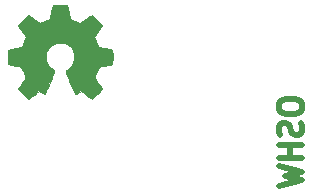
<source format=gbr>
G04 #@! TF.GenerationSoftware,KiCad,Pcbnew,(5.1.4)-1*
G04 #@! TF.CreationDate,2019-10-26T17:50:02-04:00*
G04 #@! TF.ProjectId,usb-vertical-splitter,7573622d-7665-4727-9469-63616c2d7370,0*
G04 #@! TF.SameCoordinates,Original*
G04 #@! TF.FileFunction,Legend,Bot*
G04 #@! TF.FilePolarity,Positive*
%FSLAX46Y46*%
G04 Gerber Fmt 4.6, Leading zero omitted, Abs format (unit mm)*
G04 Created by KiCad (PCBNEW (5.1.4)-1) date 2019-10-26 17:50:02*
%MOMM*%
%LPD*%
G04 APERTURE LIST*
%ADD10C,0.475000*%
%ADD11C,0.010000*%
G04 APERTURE END LIST*
D10*
X147404761Y-106133333D02*
X147404761Y-106495238D01*
X147500000Y-106676190D01*
X147690476Y-106857142D01*
X148071428Y-106947619D01*
X148738095Y-106947619D01*
X149119047Y-106857142D01*
X149309523Y-106676190D01*
X149404761Y-106495238D01*
X149404761Y-106133333D01*
X149309523Y-105952380D01*
X149119047Y-105771428D01*
X148738095Y-105680952D01*
X148071428Y-105680952D01*
X147690476Y-105771428D01*
X147500000Y-105952380D01*
X147404761Y-106133333D01*
X149309523Y-107671428D02*
X149404761Y-107942857D01*
X149404761Y-108395238D01*
X149309523Y-108576190D01*
X149214285Y-108666666D01*
X149023809Y-108757142D01*
X148833333Y-108757142D01*
X148642857Y-108666666D01*
X148547619Y-108576190D01*
X148452380Y-108395238D01*
X148357142Y-108033333D01*
X148261904Y-107852380D01*
X148166666Y-107761904D01*
X147976190Y-107671428D01*
X147785714Y-107671428D01*
X147595238Y-107761904D01*
X147500000Y-107852380D01*
X147404761Y-108033333D01*
X147404761Y-108485714D01*
X147500000Y-108757142D01*
X149404761Y-109571428D02*
X147404761Y-109571428D01*
X148357142Y-109571428D02*
X148357142Y-110657142D01*
X149404761Y-110657142D02*
X147404761Y-110657142D01*
X147404761Y-111380952D02*
X149404761Y-111833333D01*
X147976190Y-112195238D01*
X149404761Y-112557142D01*
X147404761Y-113009523D01*
D11*
G36*
X128153464Y-98300427D02*
G01*
X128040882Y-98897618D01*
X127625469Y-99068865D01*
X127210055Y-99240112D01*
X126711698Y-98901233D01*
X126572131Y-98806877D01*
X126445971Y-98722630D01*
X126339104Y-98652338D01*
X126257417Y-98599847D01*
X126206798Y-98569004D01*
X126193013Y-98562353D01*
X126168179Y-98579458D01*
X126115111Y-98626744D01*
X126039759Y-98698172D01*
X125948070Y-98787700D01*
X125845992Y-98889289D01*
X125739473Y-98996898D01*
X125634463Y-99104487D01*
X125536908Y-99206015D01*
X125452757Y-99295441D01*
X125387959Y-99366726D01*
X125348462Y-99413828D01*
X125339019Y-99429592D01*
X125352608Y-99458653D01*
X125390706Y-99522321D01*
X125449306Y-99614367D01*
X125524402Y-99728564D01*
X125611991Y-99858684D01*
X125662745Y-99932901D01*
X125755254Y-100068422D01*
X125837459Y-100190716D01*
X125905369Y-100293695D01*
X125954999Y-100371273D01*
X125982359Y-100417361D01*
X125986470Y-100427047D01*
X125977150Y-100454574D01*
X125951745Y-100518728D01*
X125914088Y-100610490D01*
X125868013Y-100720839D01*
X125817353Y-100840755D01*
X125765940Y-100961219D01*
X125717610Y-101073209D01*
X125676193Y-101167707D01*
X125645525Y-101235692D01*
X125629438Y-101268143D01*
X125628488Y-101269420D01*
X125603227Y-101275617D01*
X125535954Y-101289440D01*
X125433639Y-101309532D01*
X125303258Y-101334534D01*
X125151783Y-101363086D01*
X125063406Y-101379551D01*
X124901547Y-101410369D01*
X124755350Y-101439694D01*
X124632212Y-101465921D01*
X124539530Y-101487446D01*
X124484698Y-101502665D01*
X124473676Y-101507493D01*
X124462881Y-101540174D01*
X124454170Y-101613985D01*
X124447539Y-101720292D01*
X124442981Y-101850467D01*
X124440490Y-101995876D01*
X124440061Y-102147890D01*
X124441688Y-102297877D01*
X124445364Y-102437206D01*
X124451084Y-102557245D01*
X124458842Y-102649365D01*
X124468631Y-102704932D01*
X124474503Y-102716500D01*
X124509600Y-102730365D01*
X124583971Y-102750188D01*
X124687776Y-102773639D01*
X124811180Y-102798391D01*
X124854258Y-102806398D01*
X125061952Y-102844441D01*
X125226015Y-102875079D01*
X125351869Y-102899529D01*
X125444934Y-102919009D01*
X125510632Y-102934736D01*
X125554382Y-102947928D01*
X125581607Y-102959804D01*
X125597727Y-102971580D01*
X125599982Y-102973908D01*
X125622496Y-103011400D01*
X125656841Y-103084365D01*
X125699588Y-103183867D01*
X125747307Y-103300973D01*
X125796569Y-103426748D01*
X125843944Y-103552257D01*
X125886004Y-103668565D01*
X125919319Y-103766739D01*
X125940458Y-103837843D01*
X125945994Y-103872942D01*
X125945533Y-103874172D01*
X125926776Y-103902861D01*
X125884223Y-103965985D01*
X125822346Y-104056973D01*
X125745617Y-104169255D01*
X125658508Y-104296260D01*
X125633701Y-104332353D01*
X125545247Y-104463203D01*
X125467411Y-104582591D01*
X125404433Y-104683662D01*
X125360554Y-104759559D01*
X125340014Y-104803427D01*
X125339019Y-104808817D01*
X125356277Y-104837144D01*
X125403964Y-104893261D01*
X125475949Y-104971137D01*
X125566102Y-105064740D01*
X125668294Y-105168041D01*
X125776394Y-105275006D01*
X125884271Y-105379606D01*
X125985795Y-105475809D01*
X126074837Y-105557584D01*
X126145266Y-105618900D01*
X126190952Y-105653726D01*
X126203590Y-105659412D01*
X126233008Y-105646020D01*
X126293238Y-105609899D01*
X126374470Y-105557136D01*
X126436969Y-105514667D01*
X126550214Y-105436740D01*
X126684325Y-105344984D01*
X126818844Y-105253375D01*
X126891166Y-105204346D01*
X127135961Y-105038770D01*
X127341449Y-105149875D01*
X127435063Y-105198548D01*
X127514669Y-105236381D01*
X127568532Y-105257958D01*
X127582242Y-105260961D01*
X127598729Y-105238793D01*
X127631254Y-105176149D01*
X127677391Y-105078809D01*
X127734709Y-104952549D01*
X127800783Y-104803150D01*
X127873184Y-104636388D01*
X127949483Y-104458042D01*
X128027253Y-104273891D01*
X128104065Y-104089712D01*
X128177493Y-103911285D01*
X128245107Y-103744387D01*
X128304479Y-103594797D01*
X128353183Y-103468293D01*
X128388789Y-103370654D01*
X128408869Y-103307657D01*
X128412099Y-103286021D01*
X128386503Y-103258424D01*
X128330461Y-103213625D01*
X128255688Y-103160934D01*
X128249412Y-103156765D01*
X128056154Y-103002069D01*
X127900325Y-102821591D01*
X127783275Y-102621102D01*
X127706354Y-102406374D01*
X127670913Y-102183177D01*
X127678302Y-101957281D01*
X127729872Y-101734459D01*
X127826973Y-101520479D01*
X127855541Y-101473664D01*
X128004131Y-101284618D01*
X128179672Y-101132812D01*
X128376089Y-101019034D01*
X128587306Y-100944075D01*
X128807246Y-100908722D01*
X129029836Y-100913767D01*
X129248998Y-100959999D01*
X129458657Y-101048206D01*
X129652738Y-101179179D01*
X129712773Y-101232337D01*
X129865564Y-101398739D01*
X129976902Y-101573912D01*
X130053276Y-101770266D01*
X130095812Y-101964717D01*
X130106313Y-102183342D01*
X130071299Y-102403052D01*
X129994326Y-102616420D01*
X129878952Y-102816022D01*
X129728734Y-102994429D01*
X129547226Y-103144217D01*
X129523372Y-103160006D01*
X129447798Y-103211712D01*
X129390348Y-103256512D01*
X129362882Y-103285117D01*
X129362482Y-103286021D01*
X129368379Y-103316964D01*
X129391754Y-103387191D01*
X129430178Y-103490925D01*
X129481222Y-103622390D01*
X129542457Y-103775807D01*
X129611455Y-103945401D01*
X129685786Y-104125393D01*
X129763021Y-104310008D01*
X129840731Y-104493468D01*
X129916488Y-104669996D01*
X129987862Y-104833814D01*
X130052425Y-104979147D01*
X130107747Y-105100217D01*
X130151399Y-105191247D01*
X130180953Y-105246460D01*
X130192855Y-105260961D01*
X130229222Y-105249669D01*
X130297269Y-105219385D01*
X130385263Y-105175520D01*
X130433649Y-105149875D01*
X130639136Y-105038770D01*
X130883931Y-105204346D01*
X131008893Y-105289170D01*
X131145704Y-105382516D01*
X131273911Y-105470408D01*
X131338128Y-105514667D01*
X131428448Y-105575318D01*
X131504928Y-105623381D01*
X131557592Y-105652770D01*
X131574697Y-105658982D01*
X131599594Y-105642223D01*
X131654694Y-105595436D01*
X131734656Y-105523480D01*
X131834139Y-105431212D01*
X131947799Y-105323490D01*
X132019684Y-105254326D01*
X132145448Y-105130757D01*
X132254136Y-105020234D01*
X132341354Y-104927485D01*
X132402710Y-104857237D01*
X132433808Y-104814220D01*
X132436791Y-104805490D01*
X132422946Y-104772284D01*
X132384687Y-104705142D01*
X132326258Y-104610863D01*
X132251902Y-104496245D01*
X132165864Y-104368083D01*
X132141397Y-104332353D01*
X132052245Y-104202489D01*
X131972261Y-104085569D01*
X131905919Y-103988162D01*
X131857688Y-103916839D01*
X131832042Y-103878170D01*
X131829564Y-103874172D01*
X131833270Y-103843355D01*
X131852938Y-103775599D01*
X131885139Y-103679839D01*
X131926444Y-103565009D01*
X131973424Y-103440044D01*
X132022650Y-103313879D01*
X132070691Y-103195448D01*
X132114118Y-103093685D01*
X132149503Y-103017526D01*
X132173415Y-102975904D01*
X132175115Y-102973908D01*
X132189737Y-102962013D01*
X132214434Y-102950250D01*
X132254627Y-102937401D01*
X132315736Y-102922249D01*
X132403182Y-102903576D01*
X132522387Y-102880165D01*
X132678772Y-102850797D01*
X132877756Y-102814255D01*
X132920839Y-102806398D01*
X133048529Y-102781727D01*
X133159846Y-102757593D01*
X133244954Y-102736324D01*
X133294016Y-102720248D01*
X133300594Y-102716500D01*
X133311435Y-102683273D01*
X133320246Y-102609021D01*
X133327023Y-102502376D01*
X133331759Y-102371967D01*
X133334449Y-102226427D01*
X133335086Y-102074386D01*
X133333665Y-101924476D01*
X133330179Y-101785328D01*
X133324623Y-101665572D01*
X133316991Y-101573841D01*
X133307277Y-101518766D01*
X133301421Y-101507493D01*
X133268819Y-101496123D01*
X133194581Y-101477624D01*
X133086103Y-101453602D01*
X132950782Y-101425662D01*
X132796014Y-101395408D01*
X132711692Y-101379551D01*
X132551703Y-101349644D01*
X132409032Y-101322550D01*
X132290651Y-101299631D01*
X132203534Y-101282243D01*
X132154654Y-101271747D01*
X132146609Y-101269420D01*
X132133012Y-101243186D01*
X132104270Y-101179995D01*
X132064214Y-101088877D01*
X132016675Y-100978857D01*
X131965484Y-100858965D01*
X131914473Y-100738227D01*
X131867473Y-100625671D01*
X131828315Y-100530326D01*
X131800830Y-100461217D01*
X131788850Y-100427374D01*
X131788627Y-100425895D01*
X131802208Y-100399197D01*
X131840284Y-100337760D01*
X131898852Y-100247689D01*
X131973911Y-100135090D01*
X132061459Y-100006070D01*
X132112352Y-99931961D01*
X132205090Y-99796077D01*
X132287458Y-99672709D01*
X132355438Y-99568097D01*
X132405011Y-99488483D01*
X132432157Y-99440107D01*
X132436078Y-99429262D01*
X132419224Y-99404020D01*
X132372631Y-99350124D01*
X132302251Y-99273613D01*
X132214034Y-99180523D01*
X132113934Y-99076895D01*
X132007901Y-98968764D01*
X131901888Y-98862170D01*
X131801847Y-98763150D01*
X131713729Y-98677742D01*
X131643486Y-98611985D01*
X131597071Y-98571916D01*
X131581543Y-98562353D01*
X131556260Y-98575800D01*
X131495788Y-98613575D01*
X131406007Y-98671835D01*
X131292796Y-98746734D01*
X131162036Y-98834425D01*
X131063400Y-98901233D01*
X130565042Y-99240112D01*
X130149629Y-99068865D01*
X129734215Y-98897618D01*
X129621633Y-98300427D01*
X129509050Y-97703235D01*
X128266047Y-97703235D01*
X128153464Y-98300427D01*
X128153464Y-98300427D01*
G37*
X128153464Y-98300427D02*
X128040882Y-98897618D01*
X127625469Y-99068865D01*
X127210055Y-99240112D01*
X126711698Y-98901233D01*
X126572131Y-98806877D01*
X126445971Y-98722630D01*
X126339104Y-98652338D01*
X126257417Y-98599847D01*
X126206798Y-98569004D01*
X126193013Y-98562353D01*
X126168179Y-98579458D01*
X126115111Y-98626744D01*
X126039759Y-98698172D01*
X125948070Y-98787700D01*
X125845992Y-98889289D01*
X125739473Y-98996898D01*
X125634463Y-99104487D01*
X125536908Y-99206015D01*
X125452757Y-99295441D01*
X125387959Y-99366726D01*
X125348462Y-99413828D01*
X125339019Y-99429592D01*
X125352608Y-99458653D01*
X125390706Y-99522321D01*
X125449306Y-99614367D01*
X125524402Y-99728564D01*
X125611991Y-99858684D01*
X125662745Y-99932901D01*
X125755254Y-100068422D01*
X125837459Y-100190716D01*
X125905369Y-100293695D01*
X125954999Y-100371273D01*
X125982359Y-100417361D01*
X125986470Y-100427047D01*
X125977150Y-100454574D01*
X125951745Y-100518728D01*
X125914088Y-100610490D01*
X125868013Y-100720839D01*
X125817353Y-100840755D01*
X125765940Y-100961219D01*
X125717610Y-101073209D01*
X125676193Y-101167707D01*
X125645525Y-101235692D01*
X125629438Y-101268143D01*
X125628488Y-101269420D01*
X125603227Y-101275617D01*
X125535954Y-101289440D01*
X125433639Y-101309532D01*
X125303258Y-101334534D01*
X125151783Y-101363086D01*
X125063406Y-101379551D01*
X124901547Y-101410369D01*
X124755350Y-101439694D01*
X124632212Y-101465921D01*
X124539530Y-101487446D01*
X124484698Y-101502665D01*
X124473676Y-101507493D01*
X124462881Y-101540174D01*
X124454170Y-101613985D01*
X124447539Y-101720292D01*
X124442981Y-101850467D01*
X124440490Y-101995876D01*
X124440061Y-102147890D01*
X124441688Y-102297877D01*
X124445364Y-102437206D01*
X124451084Y-102557245D01*
X124458842Y-102649365D01*
X124468631Y-102704932D01*
X124474503Y-102716500D01*
X124509600Y-102730365D01*
X124583971Y-102750188D01*
X124687776Y-102773639D01*
X124811180Y-102798391D01*
X124854258Y-102806398D01*
X125061952Y-102844441D01*
X125226015Y-102875079D01*
X125351869Y-102899529D01*
X125444934Y-102919009D01*
X125510632Y-102934736D01*
X125554382Y-102947928D01*
X125581607Y-102959804D01*
X125597727Y-102971580D01*
X125599982Y-102973908D01*
X125622496Y-103011400D01*
X125656841Y-103084365D01*
X125699588Y-103183867D01*
X125747307Y-103300973D01*
X125796569Y-103426748D01*
X125843944Y-103552257D01*
X125886004Y-103668565D01*
X125919319Y-103766739D01*
X125940458Y-103837843D01*
X125945994Y-103872942D01*
X125945533Y-103874172D01*
X125926776Y-103902861D01*
X125884223Y-103965985D01*
X125822346Y-104056973D01*
X125745617Y-104169255D01*
X125658508Y-104296260D01*
X125633701Y-104332353D01*
X125545247Y-104463203D01*
X125467411Y-104582591D01*
X125404433Y-104683662D01*
X125360554Y-104759559D01*
X125340014Y-104803427D01*
X125339019Y-104808817D01*
X125356277Y-104837144D01*
X125403964Y-104893261D01*
X125475949Y-104971137D01*
X125566102Y-105064740D01*
X125668294Y-105168041D01*
X125776394Y-105275006D01*
X125884271Y-105379606D01*
X125985795Y-105475809D01*
X126074837Y-105557584D01*
X126145266Y-105618900D01*
X126190952Y-105653726D01*
X126203590Y-105659412D01*
X126233008Y-105646020D01*
X126293238Y-105609899D01*
X126374470Y-105557136D01*
X126436969Y-105514667D01*
X126550214Y-105436740D01*
X126684325Y-105344984D01*
X126818844Y-105253375D01*
X126891166Y-105204346D01*
X127135961Y-105038770D01*
X127341449Y-105149875D01*
X127435063Y-105198548D01*
X127514669Y-105236381D01*
X127568532Y-105257958D01*
X127582242Y-105260961D01*
X127598729Y-105238793D01*
X127631254Y-105176149D01*
X127677391Y-105078809D01*
X127734709Y-104952549D01*
X127800783Y-104803150D01*
X127873184Y-104636388D01*
X127949483Y-104458042D01*
X128027253Y-104273891D01*
X128104065Y-104089712D01*
X128177493Y-103911285D01*
X128245107Y-103744387D01*
X128304479Y-103594797D01*
X128353183Y-103468293D01*
X128388789Y-103370654D01*
X128408869Y-103307657D01*
X128412099Y-103286021D01*
X128386503Y-103258424D01*
X128330461Y-103213625D01*
X128255688Y-103160934D01*
X128249412Y-103156765D01*
X128056154Y-103002069D01*
X127900325Y-102821591D01*
X127783275Y-102621102D01*
X127706354Y-102406374D01*
X127670913Y-102183177D01*
X127678302Y-101957281D01*
X127729872Y-101734459D01*
X127826973Y-101520479D01*
X127855541Y-101473664D01*
X128004131Y-101284618D01*
X128179672Y-101132812D01*
X128376089Y-101019034D01*
X128587306Y-100944075D01*
X128807246Y-100908722D01*
X129029836Y-100913767D01*
X129248998Y-100959999D01*
X129458657Y-101048206D01*
X129652738Y-101179179D01*
X129712773Y-101232337D01*
X129865564Y-101398739D01*
X129976902Y-101573912D01*
X130053276Y-101770266D01*
X130095812Y-101964717D01*
X130106313Y-102183342D01*
X130071299Y-102403052D01*
X129994326Y-102616420D01*
X129878952Y-102816022D01*
X129728734Y-102994429D01*
X129547226Y-103144217D01*
X129523372Y-103160006D01*
X129447798Y-103211712D01*
X129390348Y-103256512D01*
X129362882Y-103285117D01*
X129362482Y-103286021D01*
X129368379Y-103316964D01*
X129391754Y-103387191D01*
X129430178Y-103490925D01*
X129481222Y-103622390D01*
X129542457Y-103775807D01*
X129611455Y-103945401D01*
X129685786Y-104125393D01*
X129763021Y-104310008D01*
X129840731Y-104493468D01*
X129916488Y-104669996D01*
X129987862Y-104833814D01*
X130052425Y-104979147D01*
X130107747Y-105100217D01*
X130151399Y-105191247D01*
X130180953Y-105246460D01*
X130192855Y-105260961D01*
X130229222Y-105249669D01*
X130297269Y-105219385D01*
X130385263Y-105175520D01*
X130433649Y-105149875D01*
X130639136Y-105038770D01*
X130883931Y-105204346D01*
X131008893Y-105289170D01*
X131145704Y-105382516D01*
X131273911Y-105470408D01*
X131338128Y-105514667D01*
X131428448Y-105575318D01*
X131504928Y-105623381D01*
X131557592Y-105652770D01*
X131574697Y-105658982D01*
X131599594Y-105642223D01*
X131654694Y-105595436D01*
X131734656Y-105523480D01*
X131834139Y-105431212D01*
X131947799Y-105323490D01*
X132019684Y-105254326D01*
X132145448Y-105130757D01*
X132254136Y-105020234D01*
X132341354Y-104927485D01*
X132402710Y-104857237D01*
X132433808Y-104814220D01*
X132436791Y-104805490D01*
X132422946Y-104772284D01*
X132384687Y-104705142D01*
X132326258Y-104610863D01*
X132251902Y-104496245D01*
X132165864Y-104368083D01*
X132141397Y-104332353D01*
X132052245Y-104202489D01*
X131972261Y-104085569D01*
X131905919Y-103988162D01*
X131857688Y-103916839D01*
X131832042Y-103878170D01*
X131829564Y-103874172D01*
X131833270Y-103843355D01*
X131852938Y-103775599D01*
X131885139Y-103679839D01*
X131926444Y-103565009D01*
X131973424Y-103440044D01*
X132022650Y-103313879D01*
X132070691Y-103195448D01*
X132114118Y-103093685D01*
X132149503Y-103017526D01*
X132173415Y-102975904D01*
X132175115Y-102973908D01*
X132189737Y-102962013D01*
X132214434Y-102950250D01*
X132254627Y-102937401D01*
X132315736Y-102922249D01*
X132403182Y-102903576D01*
X132522387Y-102880165D01*
X132678772Y-102850797D01*
X132877756Y-102814255D01*
X132920839Y-102806398D01*
X133048529Y-102781727D01*
X133159846Y-102757593D01*
X133244954Y-102736324D01*
X133294016Y-102720248D01*
X133300594Y-102716500D01*
X133311435Y-102683273D01*
X133320246Y-102609021D01*
X133327023Y-102502376D01*
X133331759Y-102371967D01*
X133334449Y-102226427D01*
X133335086Y-102074386D01*
X133333665Y-101924476D01*
X133330179Y-101785328D01*
X133324623Y-101665572D01*
X133316991Y-101573841D01*
X133307277Y-101518766D01*
X133301421Y-101507493D01*
X133268819Y-101496123D01*
X133194581Y-101477624D01*
X133086103Y-101453602D01*
X132950782Y-101425662D01*
X132796014Y-101395408D01*
X132711692Y-101379551D01*
X132551703Y-101349644D01*
X132409032Y-101322550D01*
X132290651Y-101299631D01*
X132203534Y-101282243D01*
X132154654Y-101271747D01*
X132146609Y-101269420D01*
X132133012Y-101243186D01*
X132104270Y-101179995D01*
X132064214Y-101088877D01*
X132016675Y-100978857D01*
X131965484Y-100858965D01*
X131914473Y-100738227D01*
X131867473Y-100625671D01*
X131828315Y-100530326D01*
X131800830Y-100461217D01*
X131788850Y-100427374D01*
X131788627Y-100425895D01*
X131802208Y-100399197D01*
X131840284Y-100337760D01*
X131898852Y-100247689D01*
X131973911Y-100135090D01*
X132061459Y-100006070D01*
X132112352Y-99931961D01*
X132205090Y-99796077D01*
X132287458Y-99672709D01*
X132355438Y-99568097D01*
X132405011Y-99488483D01*
X132432157Y-99440107D01*
X132436078Y-99429262D01*
X132419224Y-99404020D01*
X132372631Y-99350124D01*
X132302251Y-99273613D01*
X132214034Y-99180523D01*
X132113934Y-99076895D01*
X132007901Y-98968764D01*
X131901888Y-98862170D01*
X131801847Y-98763150D01*
X131713729Y-98677742D01*
X131643486Y-98611985D01*
X131597071Y-98571916D01*
X131581543Y-98562353D01*
X131556260Y-98575800D01*
X131495788Y-98613575D01*
X131406007Y-98671835D01*
X131292796Y-98746734D01*
X131162036Y-98834425D01*
X131063400Y-98901233D01*
X130565042Y-99240112D01*
X130149629Y-99068865D01*
X129734215Y-98897618D01*
X129621633Y-98300427D01*
X129509050Y-97703235D01*
X128266047Y-97703235D01*
X128153464Y-98300427D01*
M02*

</source>
